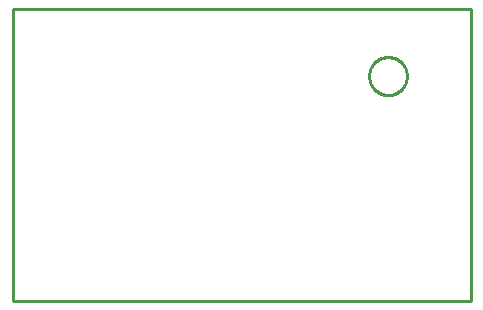
<source format=gbr>
G04 EAGLE Gerber RS-274X export*
G75*
%MOMM*%
%FSLAX34Y34*%
%LPD*%
%IN*%
%IPPOS*%
%AMOC8*
5,1,8,0,0,1.08239X$1,22.5*%
G01*
%ADD10C,0.254000*%


D10*
X31750Y25400D02*
X419100Y25400D01*
X419100Y273050D01*
X31750Y273050D01*
X31750Y25400D01*
X365250Y215376D02*
X365182Y214331D01*
X365045Y213292D01*
X364840Y212265D01*
X364569Y211253D01*
X364233Y210261D01*
X363832Y209293D01*
X363368Y208354D01*
X362845Y207446D01*
X362263Y206575D01*
X361625Y205744D01*
X360934Y204957D01*
X360193Y204216D01*
X359406Y203525D01*
X358575Y202888D01*
X357704Y202306D01*
X356796Y201782D01*
X355857Y201318D01*
X354889Y200917D01*
X353897Y200581D01*
X352885Y200310D01*
X351858Y200105D01*
X350819Y199969D01*
X349774Y199900D01*
X348726Y199900D01*
X347681Y199969D01*
X346642Y200105D01*
X345615Y200310D01*
X344603Y200581D01*
X343611Y200917D01*
X342643Y201318D01*
X341704Y201782D01*
X340796Y202306D01*
X339925Y202888D01*
X339094Y203525D01*
X338307Y204216D01*
X337566Y204957D01*
X336875Y205744D01*
X336238Y206575D01*
X335656Y207446D01*
X335132Y208354D01*
X334668Y209293D01*
X334267Y210261D01*
X333931Y211253D01*
X333660Y212265D01*
X333455Y213292D01*
X333319Y214331D01*
X333250Y215376D01*
X333250Y216424D01*
X333319Y217469D01*
X333455Y218508D01*
X333660Y219535D01*
X333931Y220547D01*
X334267Y221539D01*
X334668Y222507D01*
X335132Y223446D01*
X335656Y224354D01*
X336238Y225225D01*
X336875Y226056D01*
X337566Y226843D01*
X338307Y227584D01*
X339094Y228275D01*
X339925Y228913D01*
X340796Y229495D01*
X341704Y230018D01*
X342643Y230482D01*
X343611Y230883D01*
X344603Y231219D01*
X345615Y231490D01*
X346642Y231695D01*
X347681Y231832D01*
X348726Y231900D01*
X349774Y231900D01*
X350819Y231832D01*
X351858Y231695D01*
X352885Y231490D01*
X353897Y231219D01*
X354889Y230883D01*
X355857Y230482D01*
X356796Y230018D01*
X357704Y229495D01*
X358575Y228913D01*
X359406Y228275D01*
X360193Y227584D01*
X360934Y226843D01*
X361625Y226056D01*
X362263Y225225D01*
X362845Y224354D01*
X363368Y223446D01*
X363832Y222507D01*
X364233Y221539D01*
X364569Y220547D01*
X364840Y219535D01*
X365045Y218508D01*
X365182Y217469D01*
X365250Y216424D01*
X365250Y215376D01*
M02*

</source>
